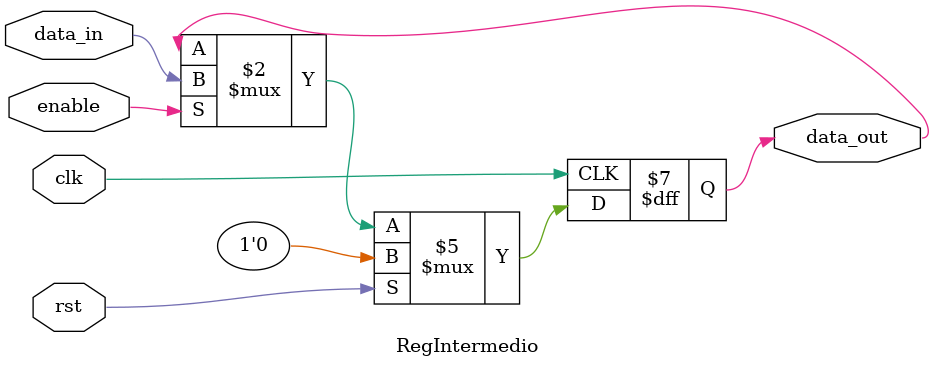
<source format=sv>
module RegIntermedio(
    input logic rst,
    input logic clk,
    input logic enable,
    input logic [size-1:0] data_in,
    output logic [size-1:0] data_out
);

parameter size = 1;

always @(posedge clk) begin 
    if (rst) data_out<=0;
    else if (enable) data_out<=data_in; 
end
    
endmodule
</source>
